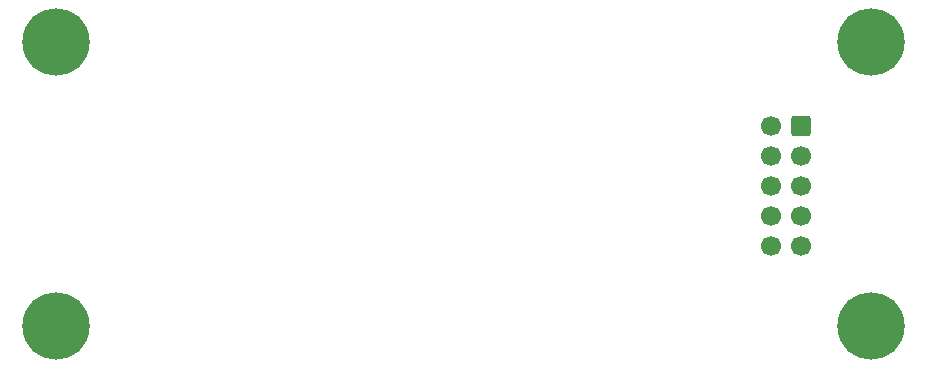
<source format=gbr>
%TF.GenerationSoftware,KiCad,Pcbnew,9.0.0*%
%TF.CreationDate,2025-03-04T20:01:11+01:00*%
%TF.ProjectId,esp32vga-keypad,65737033-3276-4676-912d-6b6579706164,2*%
%TF.SameCoordinates,Original*%
%TF.FileFunction,Soldermask,Bot*%
%TF.FilePolarity,Negative*%
%FSLAX46Y46*%
G04 Gerber Fmt 4.6, Leading zero omitted, Abs format (unit mm)*
G04 Created by KiCad (PCBNEW 9.0.0) date 2025-03-04 20:01:11*
%MOMM*%
%LPD*%
G01*
G04 APERTURE LIST*
G04 Aperture macros list*
%AMRoundRect*
0 Rectangle with rounded corners*
0 $1 Rounding radius*
0 $2 $3 $4 $5 $6 $7 $8 $9 X,Y pos of 4 corners*
0 Add a 4 corners polygon primitive as box body*
4,1,4,$2,$3,$4,$5,$6,$7,$8,$9,$2,$3,0*
0 Add four circle primitives for the rounded corners*
1,1,$1+$1,$2,$3*
1,1,$1+$1,$4,$5*
1,1,$1+$1,$6,$7*
1,1,$1+$1,$8,$9*
0 Add four rect primitives between the rounded corners*
20,1,$1+$1,$2,$3,$4,$5,0*
20,1,$1+$1,$4,$5,$6,$7,0*
20,1,$1+$1,$6,$7,$8,$9,0*
20,1,$1+$1,$8,$9,$2,$3,0*%
G04 Aperture macros list end*
%ADD10C,5.700000*%
%ADD11RoundRect,0.250000X0.600000X0.600000X-0.600000X0.600000X-0.600000X-0.600000X0.600000X-0.600000X0*%
%ADD12C,1.700000*%
G04 APERTURE END LIST*
D10*
%TO.C,H1*%
X135000000Y-97000000D03*
%TD*%
%TO.C,H3*%
X204000000Y-121000000D03*
%TD*%
%TO.C,H4*%
X135000000Y-121000000D03*
%TD*%
%TO.C,H2*%
X204000000Y-97000000D03*
%TD*%
D11*
%TO.C,J1*%
X198120000Y-104140000D03*
D12*
X195580000Y-104140000D03*
X198120000Y-106680000D03*
X195580000Y-106680000D03*
X198120000Y-109220000D03*
X195580000Y-109220000D03*
X198120000Y-111760000D03*
X195580000Y-111760000D03*
X198120000Y-114300000D03*
X195580000Y-114300000D03*
%TD*%
M02*

</source>
